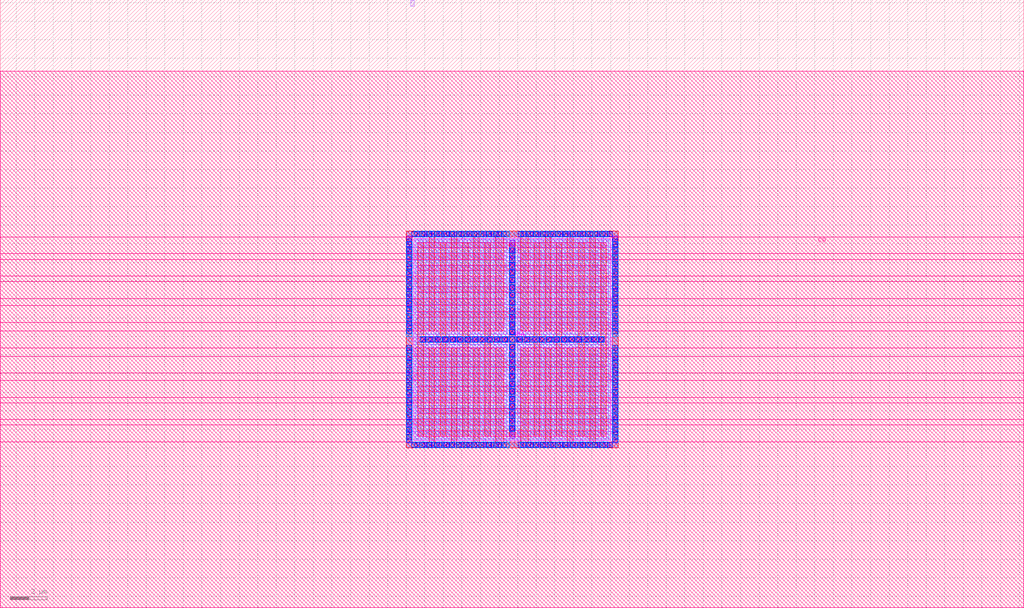
<source format=lef>
# Copyright 2020 The SkyWater PDK Authors
#
# Licensed under the Apache License, Version 2.0 (the "License");
# you may not use this file except in compliance with the License.
# You may obtain a copy of the License at
#
#     https://www.apache.org/licenses/LICENSE-2.0
#
# Unless required by applicable law or agreed to in writing, software
# distributed under the License is distributed on an "AS IS" BASIS,
# WITHOUT WARRANTIES OR CONDITIONS OF ANY KIND, either express or implied.
# See the License for the specific language governing permissions and
# limitations under the License.
#
# SPDX-License-Identifier: Apache-2.0

VERSION 5.7 ;
  NOWIREEXTENSIONATPIN ON ;
  DIVIDERCHAR "/" ;
  BUSBITCHARS "[]" ;
MACRO sky130_fd_pr__cap_vpp_11p5x11p7_l1m1m2m3m4_shieldpom5_x9
  CLASS BLOCK ;
  FOREIGN sky130_fd_pr__cap_vpp_11p5x11p7_l1m1m2m3m4_shieldpom5_x9 ;
  ORIGIN  21.85000  8.605000 ;
  SIZE  55.11000 BY  32.76500 ;
  PIN C0
    PORT
      LAYER met4 ;
        RECT -21.850000 -8.605000 33.260000  0.330000 ;
        RECT -21.850000  0.330000  0.330000  1.230000 ;
        RECT -21.850000  1.230000  5.240000  1.530000 ;
        RECT -21.850000  1.530000  0.330000  2.430000 ;
        RECT -21.850000  2.430000  5.240000  2.730000 ;
        RECT -21.850000  2.730000  0.330000  3.630000 ;
        RECT -21.850000  3.630000  5.240000  4.030000 ;
        RECT -21.850000  4.030000  0.330000  4.930000 ;
        RECT -21.850000  4.930000  5.240000  5.380000 ;
        RECT -21.850000  5.380000  0.330000  6.310000 ;
        RECT -21.850000  6.310000  5.240000  6.760000 ;
        RECT -21.850000  6.760000  0.330000  7.660000 ;
        RECT -21.850000  7.660000  5.240000  8.060000 ;
        RECT -21.850000  8.060000  0.330000  8.960000 ;
        RECT -21.850000  8.960000  5.240000  9.260000 ;
        RECT -21.850000  9.260000  0.330000 10.160000 ;
        RECT -21.850000 10.160000  5.240000 10.460000 ;
        RECT -21.850000 10.460000  0.330000 11.360000 ;
        RECT -21.850000 11.360000 33.260000 20.295000 ;
        RECT   6.170000  1.230000 33.260000  1.530000 ;
        RECT   6.170000  2.430000 33.260000  2.730000 ;
        RECT   6.170000  3.630000 33.260000  4.030000 ;
        RECT   6.170000  4.930000 33.260000  5.380000 ;
        RECT   6.170000  6.310000 33.260000  6.760000 ;
        RECT   6.170000  7.660000 33.260000  8.060000 ;
        RECT   6.170000  8.960000 33.260000  9.260000 ;
        RECT   6.170000 10.160000 33.260000 10.460000 ;
        RECT  11.080000  0.330000 33.260000  1.230000 ;
        RECT  11.080000  1.530000 33.260000  2.430000 ;
        RECT  11.080000  2.730000 33.260000  3.630000 ;
        RECT  11.080000  4.030000 33.260000  4.930000 ;
        RECT  11.080000  5.380000 33.260000  6.310000 ;
        RECT  11.080000  6.760000 33.260000  7.660000 ;
        RECT  11.080000  8.060000 33.260000  8.960000 ;
        RECT  11.080000  9.260000 33.260000 10.160000 ;
        RECT  11.080000 10.460000 33.260000 11.360000 ;
    END
  END C0
  PIN C1
    PORT
      LAYER met4 ;
        RECT 0.630000  0.630000 10.780000  0.930000 ;
        RECT 0.630000  1.830000 10.780000  2.130000 ;
        RECT 0.630000  3.030000 10.780000  3.330000 ;
        RECT 0.630000  4.330000 10.780000  4.630000 ;
        RECT 0.630000  5.680000 10.780000  6.010000 ;
        RECT 0.630000  7.060000 10.780000  7.360000 ;
        RECT 0.630000  8.360000 10.780000  8.660000 ;
        RECT 0.630000  9.560000 10.780000  9.860000 ;
        RECT 0.630000 10.760000 10.780000 11.060000 ;
        RECT 5.540000  0.930000  5.870000  1.830000 ;
        RECT 5.540000  2.130000  5.870000  3.030000 ;
        RECT 5.540000  3.330000  5.870000  4.330000 ;
        RECT 5.540000  4.630000  5.870000  5.680000 ;
        RECT 5.540000  6.010000  5.870000  7.060000 ;
        RECT 5.540000  7.360000  5.870000  8.360000 ;
        RECT 5.540000  8.660000  5.870000  9.560000 ;
        RECT 5.540000  9.860000  5.870000 10.760000 ;
    END
  END C1
  PIN M5A
    PORT
      LAYER met5 ;
        RECT 0.400000 0.400000 11.010000 11.290000 ;
    END
  END M5A
  PIN SUB
    ANTENNADIFFAREA  0.168100 ;
    PORT
      LAYER li1 ;
        RECT 0.250000 23.790000 0.420000 24.120000 ;
    END
  END SUB
  OBS
    LAYER li1 ;
      RECT  0.000000  0.000000 11.410000  0.330000 ;
      RECT  0.000000  0.330000  0.330000  0.860000 ;
      RECT  0.000000  0.860000  5.400000  1.030000 ;
      RECT  0.000000  1.030000  0.330000  1.560000 ;
      RECT  0.000000  1.560000  5.400000  1.730000 ;
      RECT  0.000000  1.730000  0.330000  2.260000 ;
      RECT  0.000000  2.260000  5.400000  2.430000 ;
      RECT  0.000000  2.430000  0.330000  2.960000 ;
      RECT  0.000000  2.960000  5.400000  3.130000 ;
      RECT  0.000000  3.130000  0.330000  3.660000 ;
      RECT  0.000000  3.660000  5.400000  3.830000 ;
      RECT  0.000000  3.830000  0.330000  4.360000 ;
      RECT  0.000000  4.360000  5.400000  4.530000 ;
      RECT  0.000000  4.530000  0.330000  5.060000 ;
      RECT  0.000000  5.060000  5.400000  5.230000 ;
      RECT  0.000000  5.230000  0.330000  5.760000 ;
      RECT  0.000000  5.760000  5.400000  5.930000 ;
      RECT  0.000000  5.930000  0.330000  6.460000 ;
      RECT  0.000000  6.460000  5.400000  6.630000 ;
      RECT  0.000000  6.630000  0.330000  7.150000 ;
      RECT  0.000000  7.150000  5.400000  7.330000 ;
      RECT  0.000000  7.330000  0.330000  7.860000 ;
      RECT  0.000000  7.860000  5.400000  8.030000 ;
      RECT  0.000000  8.030000  0.330000  8.560000 ;
      RECT  0.000000  8.560000  5.400000  8.730000 ;
      RECT  0.000000  8.730000  0.330000  9.260000 ;
      RECT  0.000000  9.260000  5.400000  9.430000 ;
      RECT  0.000000  9.430000  0.330000  9.960000 ;
      RECT  0.000000  9.960000  5.400000 10.130000 ;
      RECT  0.000000 10.130000  0.330000 10.660000 ;
      RECT  0.000000 10.660000  5.400000 10.830000 ;
      RECT  0.000000 10.830000  0.330000 11.360000 ;
      RECT  0.000000 11.360000 11.410000 11.690000 ;
      RECT  0.500000  0.500000 10.905000  0.690000 ;
      RECT  0.500000  1.200000 10.905000  1.390000 ;
      RECT  0.500000  1.900000 10.905000  2.090000 ;
      RECT  0.500000  2.600000 10.905000  2.790000 ;
      RECT  0.500000  3.300000 10.905000  3.490000 ;
      RECT  0.500000  4.000000 10.905000  4.190000 ;
      RECT  0.500000  4.700000 10.905000  4.890000 ;
      RECT  0.500000  5.400000 10.905000  5.590000 ;
      RECT  0.500000  6.100000 10.905000  6.290000 ;
      RECT  0.500000  6.800000 10.905000  6.980000 ;
      RECT  0.500000  7.500000 10.905000  7.690000 ;
      RECT  0.500000  8.200000 10.905000  8.390000 ;
      RECT  0.500000  8.900000 10.905000  9.090000 ;
      RECT  0.500000  9.600000 10.905000  9.790000 ;
      RECT  0.500000 10.300000 10.905000 10.490000 ;
      RECT  0.500000 11.000000 10.905000 11.190000 ;
      RECT  5.570000  0.690000  5.840000  1.200000 ;
      RECT  5.570000  1.390000  5.840000  1.900000 ;
      RECT  5.570000  2.090000  5.840000  2.600000 ;
      RECT  5.570000  2.790000  5.840000  3.300000 ;
      RECT  5.570000  3.490000  5.840000  4.000000 ;
      RECT  5.570000  4.190000  5.840000  4.700000 ;
      RECT  5.570000  4.890000  5.840000  5.400000 ;
      RECT  5.570000  5.590000  5.840000  6.100000 ;
      RECT  5.570000  6.290000  5.840000  6.800000 ;
      RECT  5.570000  6.980000 10.905000  6.990000 ;
      RECT  5.570000  6.990000  5.840000  7.500000 ;
      RECT  5.570000  7.690000  5.840000  8.200000 ;
      RECT  5.570000  8.390000  5.840000  8.900000 ;
      RECT  5.570000  9.090000  5.840000  9.600000 ;
      RECT  5.570000  9.790000  5.840000 10.300000 ;
      RECT  5.570000 10.490000  5.840000 11.000000 ;
      RECT  6.010000  0.860000 11.410000  1.030000 ;
      RECT  6.010000  1.560000 11.410000  1.730000 ;
      RECT  6.010000  2.260000 11.410000  2.430000 ;
      RECT  6.010000  2.960000 11.410000  3.130000 ;
      RECT  6.010000  3.660000 11.410000  3.830000 ;
      RECT  6.010000  4.360000 11.410000  4.530000 ;
      RECT  6.010000  5.060000 11.410000  5.230000 ;
      RECT  6.010000  5.760000 11.410000  5.930000 ;
      RECT  6.010000  6.460000 11.410000  6.630000 ;
      RECT  6.010000  7.160000 11.410000  7.330000 ;
      RECT  6.010000  7.860000 11.410000  8.030000 ;
      RECT  6.010000  8.560000 11.410000  8.730000 ;
      RECT  6.010000  9.260000 11.410000  9.430000 ;
      RECT  6.010000  9.960000 11.410000 10.130000 ;
      RECT  6.010000 10.660000 11.410000 10.830000 ;
      RECT 11.080000  0.330000 11.410000  0.860000 ;
      RECT 11.080000  1.030000 11.410000  1.560000 ;
      RECT 11.080000  1.730000 11.410000  2.260000 ;
      RECT 11.080000  2.430000 11.410000  2.960000 ;
      RECT 11.080000  3.130000 11.410000  3.660000 ;
      RECT 11.080000  3.830000 11.410000  4.360000 ;
      RECT 11.080000  4.530000 11.410000  5.060000 ;
      RECT 11.080000  5.230000 11.410000  5.760000 ;
      RECT 11.080000  5.930000 11.410000  6.460000 ;
      RECT 11.080000  6.630000 11.410000  7.160000 ;
      RECT 11.080000  7.330000 11.410000  7.860000 ;
      RECT 11.080000  8.030000 11.410000  8.560000 ;
      RECT 11.080000  8.730000 11.410000  9.260000 ;
      RECT 11.080000  9.430000 11.410000  9.960000 ;
      RECT 11.080000 10.130000 11.410000 10.660000 ;
      RECT 11.080000 10.830000 11.410000 11.360000 ;
    LAYER mcon ;
      RECT  0.080000  0.580000  0.250000  0.750000 ;
      RECT  0.080000  0.940000  0.250000  1.110000 ;
      RECT  0.080000  1.300000  0.250000  1.470000 ;
      RECT  0.080000  1.660000  0.250000  1.830000 ;
      RECT  0.080000  2.020000  0.250000  2.190000 ;
      RECT  0.080000  2.380000  0.250000  2.550000 ;
      RECT  0.080000  2.740000  0.250000  2.910000 ;
      RECT  0.080000  3.100000  0.250000  3.270000 ;
      RECT  0.080000  3.460000  0.250000  3.630000 ;
      RECT  0.080000  3.820000  0.250000  3.990000 ;
      RECT  0.080000  4.180000  0.250000  4.350000 ;
      RECT  0.080000  4.540000  0.250000  4.710000 ;
      RECT  0.080000  4.900000  0.250000  5.070000 ;
      RECT  0.080000  5.260000  0.250000  5.430000 ;
      RECT  0.080000  6.260000  0.250000  6.430000 ;
      RECT  0.080000  6.620000  0.250000  6.790000 ;
      RECT  0.080000  6.980000  0.250000  7.150000 ;
      RECT  0.080000  7.340000  0.250000  7.510000 ;
      RECT  0.080000  7.700000  0.250000  7.870000 ;
      RECT  0.080000  8.060000  0.250000  8.230000 ;
      RECT  0.080000  8.420000  0.250000  8.590000 ;
      RECT  0.080000  8.780000  0.250000  8.950000 ;
      RECT  0.080000  9.140000  0.250000  9.310000 ;
      RECT  0.080000  9.500000  0.250000  9.670000 ;
      RECT  0.080000  9.860000  0.250000 10.030000 ;
      RECT  0.080000 10.220000  0.250000 10.390000 ;
      RECT  0.080000 10.580000  0.250000 10.750000 ;
      RECT  0.080000 10.940000  0.250000 11.110000 ;
      RECT  0.400000  0.080000  0.570000  0.250000 ;
      RECT  0.400000 11.440000  0.570000 11.610000 ;
      RECT  0.760000  0.080000  0.930000  0.250000 ;
      RECT  0.760000 11.440000  0.930000 11.610000 ;
      RECT  1.120000  0.080000  1.290000  0.250000 ;
      RECT  1.120000 11.440000  1.290000 11.610000 ;
      RECT  1.480000  0.080000  1.650000  0.250000 ;
      RECT  1.480000 11.440000  1.650000 11.610000 ;
      RECT  1.840000  0.080000  2.010000  0.250000 ;
      RECT  1.840000 11.440000  2.010000 11.610000 ;
      RECT  2.200000  0.080000  2.370000  0.250000 ;
      RECT  2.200000 11.440000  2.370000 11.610000 ;
      RECT  2.560000  0.080000  2.730000  0.250000 ;
      RECT  2.560000 11.440000  2.730000 11.610000 ;
      RECT  2.920000  0.080000  3.090000  0.250000 ;
      RECT  2.920000 11.440000  3.090000 11.610000 ;
      RECT  3.280000  0.080000  3.450000  0.250000 ;
      RECT  3.280000 11.440000  3.450000 11.610000 ;
      RECT  3.640000  0.080000  3.810000  0.250000 ;
      RECT  3.640000 11.440000  3.810000 11.610000 ;
      RECT  4.000000  0.080000  4.170000  0.250000 ;
      RECT  4.000000 11.440000  4.170000 11.610000 ;
      RECT  4.360000  0.080000  4.530000  0.250000 ;
      RECT  4.360000 11.440000  4.530000 11.610000 ;
      RECT  4.720000  0.080000  4.890000  0.250000 ;
      RECT  4.720000 11.440000  4.890000 11.610000 ;
      RECT  5.080000  0.080000  5.250000  0.250000 ;
      RECT  5.080000 11.440000  5.250000 11.610000 ;
      RECT  5.440000  0.080000  5.610000  0.250000 ;
      RECT  5.440000 11.440000  5.610000 11.610000 ;
      RECT  5.620000  0.590000  5.790000  0.760000 ;
      RECT  5.620000  0.950000  5.790000  1.120000 ;
      RECT  5.620000  1.310000  5.790000  1.480000 ;
      RECT  5.620000  1.670000  5.790000  1.840000 ;
      RECT  5.620000  2.030000  5.790000  2.200000 ;
      RECT  5.620000  2.390000  5.790000  2.560000 ;
      RECT  5.620000  2.750000  5.790000  2.920000 ;
      RECT  5.620000  3.110000  5.790000  3.280000 ;
      RECT  5.620000  3.470000  5.790000  3.640000 ;
      RECT  5.620000  3.830000  5.790000  4.000000 ;
      RECT  5.620000  4.190000  5.790000  4.360000 ;
      RECT  5.620000  4.550000  5.790000  4.720000 ;
      RECT  5.620000  4.910000  5.790000  5.080000 ;
      RECT  5.620000  5.270000  5.790000  5.440000 ;
      RECT  5.620000  6.250000  5.790000  6.420000 ;
      RECT  5.620000  6.610000  5.790000  6.780000 ;
      RECT  5.620000  6.970000  5.790000  7.140000 ;
      RECT  5.620000  7.330000  5.790000  7.500000 ;
      RECT  5.620000  7.690000  5.790000  7.860000 ;
      RECT  5.620000  8.050000  5.790000  8.220000 ;
      RECT  5.620000  8.410000  5.790000  8.580000 ;
      RECT  5.620000  8.770000  5.790000  8.940000 ;
      RECT  5.620000  9.130000  5.790000  9.300000 ;
      RECT  5.620000  9.490000  5.790000  9.660000 ;
      RECT  5.620000  9.850000  5.790000 10.020000 ;
      RECT  5.620000 10.210000  5.790000 10.380000 ;
      RECT  5.620000 10.570000  5.790000 10.740000 ;
      RECT  5.620000 10.930000  5.790000 11.100000 ;
      RECT  5.800000  0.080000  5.970000  0.250000 ;
      RECT  5.800000 11.440000  5.970000 11.610000 ;
      RECT  6.160000  0.080000  6.330000  0.250000 ;
      RECT  6.160000 11.440000  6.330000 11.610000 ;
      RECT  6.520000  0.080000  6.690000  0.250000 ;
      RECT  6.520000 11.440000  6.690000 11.610000 ;
      RECT  6.880000  0.080000  7.050000  0.250000 ;
      RECT  6.880000 11.440000  7.050000 11.610000 ;
      RECT  7.240000  0.080000  7.410000  0.250000 ;
      RECT  7.240000 11.440000  7.410000 11.610000 ;
      RECT  7.600000  0.080000  7.770000  0.250000 ;
      RECT  7.600000 11.440000  7.770000 11.610000 ;
      RECT  7.960000  0.080000  8.130000  0.250000 ;
      RECT  7.960000 11.440000  8.130000 11.610000 ;
      RECT  8.320000  0.080000  8.490000  0.250000 ;
      RECT  8.320000 11.440000  8.490000 11.610000 ;
      RECT  8.680000  0.080000  8.850000  0.250000 ;
      RECT  8.680000 11.440000  8.850000 11.610000 ;
      RECT  9.040000  0.080000  9.210000  0.250000 ;
      RECT  9.040000 11.440000  9.210000 11.610000 ;
      RECT  9.400000  0.080000  9.570000  0.250000 ;
      RECT  9.400000 11.440000  9.570000 11.610000 ;
      RECT  9.760000  0.080000  9.930000  0.250000 ;
      RECT  9.760000 11.440000  9.930000 11.610000 ;
      RECT 10.120000  0.080000 10.290000  0.250000 ;
      RECT 10.120000 11.440000 10.290000 11.610000 ;
      RECT 10.480000  0.080000 10.650000  0.250000 ;
      RECT 10.480000 11.440000 10.650000 11.610000 ;
      RECT 10.840000  0.080000 11.010000  0.250000 ;
      RECT 10.840000 11.440000 11.010000 11.610000 ;
      RECT 11.160000  0.580000 11.330000  0.750000 ;
      RECT 11.160000  0.940000 11.330000  1.110000 ;
      RECT 11.160000  1.300000 11.330000  1.470000 ;
      RECT 11.160000  1.660000 11.330000  1.830000 ;
      RECT 11.160000  2.020000 11.330000  2.190000 ;
      RECT 11.160000  2.380000 11.330000  2.550000 ;
      RECT 11.160000  2.740000 11.330000  2.910000 ;
      RECT 11.160000  3.100000 11.330000  3.270000 ;
      RECT 11.160000  3.460000 11.330000  3.630000 ;
      RECT 11.160000  3.820000 11.330000  3.990000 ;
      RECT 11.160000  4.180000 11.330000  4.350000 ;
      RECT 11.160000  4.540000 11.330000  4.710000 ;
      RECT 11.160000  4.900000 11.330000  5.070000 ;
      RECT 11.160000  5.260000 11.330000  5.430000 ;
      RECT 11.160000  6.260000 11.330000  6.430000 ;
      RECT 11.160000  6.620000 11.330000  6.790000 ;
      RECT 11.160000  6.980000 11.330000  7.150000 ;
      RECT 11.160000  7.340000 11.330000  7.510000 ;
      RECT 11.160000  7.700000 11.330000  7.870000 ;
      RECT 11.160000  8.060000 11.330000  8.230000 ;
      RECT 11.160000  8.420000 11.330000  8.590000 ;
      RECT 11.160000  8.780000 11.330000  8.950000 ;
      RECT 11.160000  9.140000 11.330000  9.310000 ;
      RECT 11.160000  9.500000 11.330000  9.670000 ;
      RECT 11.160000  9.860000 11.330000 10.030000 ;
      RECT 11.160000 10.220000 11.330000 10.390000 ;
      RECT 11.160000 10.580000 11.330000 10.750000 ;
      RECT 11.160000 10.940000 11.330000 11.110000 ;
    LAYER met1 ;
      RECT  0.000000  0.000000 11.410000  0.330000 ;
      RECT  0.000000  0.330000  0.330000 11.360000 ;
      RECT  0.000000 11.360000 11.410000 11.690000 ;
      RECT  0.500000  0.470000  0.640000  5.685000 ;
      RECT  0.500000  5.685000 10.910000  6.005000 ;
      RECT  0.500000  6.005000  0.640000 11.220000 ;
      RECT  0.780000  0.330000  0.920000  5.545000 ;
      RECT  0.780000  6.145000  0.920000 11.360000 ;
      RECT  1.060000  0.470000  1.200000  5.685000 ;
      RECT  1.060000  6.005000  1.200000 11.220000 ;
      RECT  1.340000  0.330000  1.480000  5.545000 ;
      RECT  1.340000  6.145000  1.480000 11.360000 ;
      RECT  1.620000  0.470000  1.760000  5.685000 ;
      RECT  1.620000  6.005000  1.760000 11.220000 ;
      RECT  1.900000  0.330000  2.040000  5.545000 ;
      RECT  1.900000  6.145000  2.040000 11.360000 ;
      RECT  2.180000  0.470000  2.320000  5.685000 ;
      RECT  2.180000  6.005000  2.320000 11.220000 ;
      RECT  2.460000  0.330000  2.600000  5.545000 ;
      RECT  2.460000  6.145000  2.600000 11.360000 ;
      RECT  2.740000  0.470000  2.880000  5.685000 ;
      RECT  2.740000  6.005000  2.880000 11.220000 ;
      RECT  3.020000  0.330000  3.160000  5.545000 ;
      RECT  3.020000  6.145000  3.160000 11.360000 ;
      RECT  3.300000  0.470000  3.440000  5.685000 ;
      RECT  3.300000  6.005000  3.440000 11.220000 ;
      RECT  3.580000  0.330000  3.720000  5.545000 ;
      RECT  3.580000  6.145000  3.720000 11.360000 ;
      RECT  3.860000  0.470000  4.000000  5.685000 ;
      RECT  3.860000  6.005000  4.000000 11.220000 ;
      RECT  4.140000  0.330000  4.280000  5.545000 ;
      RECT  4.140000  6.145000  4.280000 11.360000 ;
      RECT  4.420000  0.470000  4.560000  5.685000 ;
      RECT  4.420000  6.005000  4.560000 11.220000 ;
      RECT  4.700000  0.330000  4.840000  5.545000 ;
      RECT  4.700000  6.145000  4.840000 11.360000 ;
      RECT  4.980000  0.470000  5.120000  5.685000 ;
      RECT  4.980000  6.005000  5.120000 11.220000 ;
      RECT  5.260000  0.330000  5.400000  5.545000 ;
      RECT  5.260000  6.145000  5.400000 11.360000 ;
      RECT  5.570000  0.470000  5.840000  5.685000 ;
      RECT  5.570000  6.005000  5.840000 11.220000 ;
      RECT  6.010000  0.330000  6.150000  5.545000 ;
      RECT  6.010000  6.145000  6.150000 11.360000 ;
      RECT  6.290000  0.470000  6.430000  5.685000 ;
      RECT  6.290000  6.005000  6.430000 11.220000 ;
      RECT  6.570000  0.330000  6.710000  5.545000 ;
      RECT  6.570000  6.145000  6.710000 11.360000 ;
      RECT  6.850000  0.470000  6.990000  5.685000 ;
      RECT  6.850000  6.005000  6.990000 11.220000 ;
      RECT  7.130000  0.330000  7.270000  5.545000 ;
      RECT  7.130000  6.145000  7.270000 11.360000 ;
      RECT  7.410000  0.470000  7.550000  5.685000 ;
      RECT  7.410000  6.005000  7.550000 11.220000 ;
      RECT  7.690000  0.330000  7.830000  5.545000 ;
      RECT  7.690000  6.145000  7.830000 11.360000 ;
      RECT  7.970000  0.470000  8.110000  5.685000 ;
      RECT  7.970000  6.005000  8.110000 11.220000 ;
      RECT  8.250000  0.330000  8.390000  5.545000 ;
      RECT  8.250000  6.145000  8.390000 11.360000 ;
      RECT  8.530000  0.470000  8.670000  5.685000 ;
      RECT  8.530000  6.005000  8.670000 11.220000 ;
      RECT  8.810000  0.330000  8.950000  5.545000 ;
      RECT  8.810000  6.145000  8.950000 11.360000 ;
      RECT  9.090000  0.470000  9.230000  5.685000 ;
      RECT  9.090000  6.005000  9.230000 11.220000 ;
      RECT  9.370000  0.330000  9.510000  5.545000 ;
      RECT  9.370000  6.145000  9.510000 11.360000 ;
      RECT  9.650000  0.470000  9.790000  5.685000 ;
      RECT  9.650000  6.005000  9.790000 11.220000 ;
      RECT  9.930000  0.330000 10.070000  5.545000 ;
      RECT  9.930000  6.145000 10.070000 11.360000 ;
      RECT 10.210000  0.470000 10.350000  5.685000 ;
      RECT 10.210000  6.005000 10.350000 11.220000 ;
      RECT 10.490000  0.330000 10.630000  5.545000 ;
      RECT 10.490000  6.145000 10.630000 11.360000 ;
      RECT 10.770000  0.470000 10.910000  5.685000 ;
      RECT 10.770000  6.005000 10.910000 11.220000 ;
      RECT 11.080000  0.330000 11.410000 11.360000 ;
    LAYER met2 ;
      RECT  0.000000  0.000000  5.430000  0.330000 ;
      RECT  0.000000  0.330000  0.330000  0.750000 ;
      RECT  0.000000  0.750000  5.425000  0.890000 ;
      RECT  0.000000  0.890000  0.330000  1.310000 ;
      RECT  0.000000  1.310000  5.425000  1.450000 ;
      RECT  0.000000  1.450000  0.330000  1.870000 ;
      RECT  0.000000  1.870000  5.425000  2.010000 ;
      RECT  0.000000  2.010000  0.330000  2.430000 ;
      RECT  0.000000  2.430000  5.425000  2.570000 ;
      RECT  0.000000  2.570000  0.330000  2.990000 ;
      RECT  0.000000  2.990000  5.425000  3.130000 ;
      RECT  0.000000  3.130000  0.330000  3.550000 ;
      RECT  0.000000  3.550000  5.425000  3.690000 ;
      RECT  0.000000  3.690000  0.330000  4.110000 ;
      RECT  0.000000  4.110000  5.425000  4.250000 ;
      RECT  0.000000  4.250000  0.330000  4.670000 ;
      RECT  0.000000  4.670000  5.425000  4.810000 ;
      RECT  0.000000  4.810000  0.330000  5.230000 ;
      RECT  0.000000  5.230000  5.425000  5.565000 ;
      RECT  0.000000  5.565000  0.330000  5.570000 ;
      RECT  0.000000  5.710000 11.410000  5.980000 ;
      RECT  0.000000  6.120000  0.330000  6.125000 ;
      RECT  0.000000  6.125000  5.425000  6.460000 ;
      RECT  0.000000  6.460000  0.330000  6.880000 ;
      RECT  0.000000  6.880000  5.425000  7.020000 ;
      RECT  0.000000  7.020000  0.330000  7.440000 ;
      RECT  0.000000  7.440000  5.425000  7.580000 ;
      RECT  0.000000  7.580000  0.330000  8.000000 ;
      RECT  0.000000  8.000000  5.425000  8.140000 ;
      RECT  0.000000  8.140000  0.330000  8.560000 ;
      RECT  0.000000  8.560000  5.425000  8.700000 ;
      RECT  0.000000  8.700000  0.330000  9.120000 ;
      RECT  0.000000  9.120000  5.425000  9.260000 ;
      RECT  0.000000  9.260000  0.330000  9.680000 ;
      RECT  0.000000  9.680000  5.425000  9.820000 ;
      RECT  0.000000  9.820000  0.330000 10.240000 ;
      RECT  0.000000 10.240000  5.425000 10.380000 ;
      RECT  0.000000 10.380000  0.330000 10.800000 ;
      RECT  0.000000 10.800000  5.425000 10.940000 ;
      RECT  0.000000 10.940000  0.330000 11.360000 ;
      RECT  0.000000 11.360000  5.430000 11.690000 ;
      RECT  0.370000  5.705000 11.040000  5.710000 ;
      RECT  0.370000  5.980000 11.040000  5.985000 ;
      RECT  0.470000  0.470000 10.940000  0.610000 ;
      RECT  0.470000  1.030000 10.940000  1.170000 ;
      RECT  0.470000  1.590000 10.940000  1.730000 ;
      RECT  0.470000  2.150000 10.940000  2.290000 ;
      RECT  0.470000  2.710000 10.940000  2.850000 ;
      RECT  0.470000  3.270000 10.940000  3.410000 ;
      RECT  0.470000  3.830000 10.940000  3.970000 ;
      RECT  0.470000  4.390000 10.940000  4.530000 ;
      RECT  0.470000  4.950000 10.940000  5.090000 ;
      RECT  0.470000  6.600000 10.940000  6.740000 ;
      RECT  0.470000  7.160000 10.940000  7.300000 ;
      RECT  0.470000  7.720000 10.940000  7.860000 ;
      RECT  0.470000  8.280000 10.940000  8.420000 ;
      RECT  0.470000  8.840000 10.940000  8.980000 ;
      RECT  0.470000  9.400000 10.940000  9.540000 ;
      RECT  0.470000  9.960000 10.940000 10.100000 ;
      RECT  0.470000 10.520000 10.940000 10.660000 ;
      RECT  0.470000 11.080000 10.940000 11.220000 ;
      RECT  5.565000  0.610000  5.845000  1.030000 ;
      RECT  5.565000  1.170000  5.845000  1.590000 ;
      RECT  5.565000  1.730000  5.845000  2.150000 ;
      RECT  5.565000  2.290000  5.845000  2.710000 ;
      RECT  5.565000  2.850000  5.845000  3.270000 ;
      RECT  5.565000  3.410000  5.845000  3.830000 ;
      RECT  5.565000  3.970000  5.845000  4.390000 ;
      RECT  5.565000  4.530000  5.845000  4.950000 ;
      RECT  5.565000  5.090000  5.845000  5.705000 ;
      RECT  5.565000  5.985000  5.845000  6.600000 ;
      RECT  5.565000  6.740000  5.845000  7.160000 ;
      RECT  5.565000  7.300000  5.845000  7.720000 ;
      RECT  5.565000  7.860000  5.845000  8.280000 ;
      RECT  5.565000  8.420000  5.845000  8.840000 ;
      RECT  5.565000  8.980000  5.845000  9.400000 ;
      RECT  5.565000  9.540000  5.845000  9.960000 ;
      RECT  5.565000 10.100000  5.845000 10.520000 ;
      RECT  5.565000 10.660000  5.845000 11.080000 ;
      RECT  5.570000  0.000000  5.840000  0.470000 ;
      RECT  5.570000 11.220000  5.840000 11.690000 ;
      RECT  5.980000  0.000000 11.410000  0.330000 ;
      RECT  5.980000 11.360000 11.410000 11.690000 ;
      RECT  5.985000  0.750000 11.410000  0.890000 ;
      RECT  5.985000  1.310000 11.410000  1.450000 ;
      RECT  5.985000  1.870000 11.410000  2.010000 ;
      RECT  5.985000  2.430000 11.410000  2.570000 ;
      RECT  5.985000  2.990000 11.410000  3.130000 ;
      RECT  5.985000  3.550000 11.410000  3.690000 ;
      RECT  5.985000  4.110000 11.410000  4.250000 ;
      RECT  5.985000  4.670000 11.410000  4.810000 ;
      RECT  5.985000  5.230000 11.410000  5.565000 ;
      RECT  5.985000  6.125000 11.410000  6.460000 ;
      RECT  5.985000  6.880000 11.410000  7.020000 ;
      RECT  5.985000  7.440000 11.410000  7.580000 ;
      RECT  5.985000  8.000000 11.410000  8.140000 ;
      RECT  5.985000  8.560000 11.410000  8.700000 ;
      RECT  5.985000  9.120000 11.410000  9.260000 ;
      RECT  5.985000  9.680000 11.410000  9.820000 ;
      RECT  5.985000 10.240000 11.410000 10.380000 ;
      RECT  5.985000 10.800000 11.410000 10.940000 ;
      RECT 11.080000  0.330000 11.410000  0.750000 ;
      RECT 11.080000  0.890000 11.410000  1.310000 ;
      RECT 11.080000  1.450000 11.410000  1.870000 ;
      RECT 11.080000  2.010000 11.410000  2.430000 ;
      RECT 11.080000  2.570000 11.410000  2.990000 ;
      RECT 11.080000  3.130000 11.410000  3.550000 ;
      RECT 11.080000  3.690000 11.410000  4.110000 ;
      RECT 11.080000  4.250000 11.410000  4.670000 ;
      RECT 11.080000  4.810000 11.410000  5.230000 ;
      RECT 11.080000  5.565000 11.410000  5.570000 ;
      RECT 11.080000  6.120000 11.410000  6.125000 ;
      RECT 11.080000  6.460000 11.410000  6.880000 ;
      RECT 11.080000  7.020000 11.410000  7.440000 ;
      RECT 11.080000  7.580000 11.410000  8.000000 ;
      RECT 11.080000  8.140000 11.410000  8.560000 ;
      RECT 11.080000  8.700000 11.410000  9.120000 ;
      RECT 11.080000  9.260000 11.410000  9.680000 ;
      RECT 11.080000  9.820000 11.410000 10.240000 ;
      RECT 11.080000 10.380000 11.410000 10.800000 ;
      RECT 11.080000 10.940000 11.410000 11.360000 ;
    LAYER met3 ;
      RECT  0.000000  0.000000 11.410000  0.330000 ;
      RECT  0.000000  0.330000  0.330000 11.360000 ;
      RECT  0.000000 11.360000 11.410000 11.690000 ;
      RECT  0.630000  0.630000  0.930000  5.680000 ;
      RECT  0.630000  5.680000 10.780000  6.010000 ;
      RECT  0.630000  6.010000  0.930000 11.060000 ;
      RECT  1.230000  0.330000  1.530000  5.380000 ;
      RECT  1.230000  6.310000  1.530000 11.360000 ;
      RECT  1.830000  0.630000  2.130000  5.680000 ;
      RECT  1.830000  6.010000  2.130000 11.060000 ;
      RECT  2.430000  0.330000  2.730000  5.380000 ;
      RECT  2.430000  6.310000  2.730000 11.360000 ;
      RECT  3.030000  0.630000  3.330000  5.680000 ;
      RECT  3.030000  6.010000  3.330000 11.060000 ;
      RECT  3.630000  0.330000  3.930000  5.380000 ;
      RECT  3.630000  6.310000  3.930000 11.360000 ;
      RECT  4.230000  0.630000  4.530000  5.680000 ;
      RECT  4.230000  6.010000  4.530000 11.060000 ;
      RECT  4.830000  0.330000  5.240000  5.380000 ;
      RECT  4.830000  6.310000  5.240000 11.360000 ;
      RECT  5.540000  0.630000  5.870000  5.680000 ;
      RECT  5.540000  6.010000  5.870000 11.060000 ;
      RECT  6.170000  0.330000  6.580000  5.380000 ;
      RECT  6.170000  6.310000  6.580000 11.360000 ;
      RECT  6.880000  0.630000  7.180000  5.680000 ;
      RECT  6.880000  6.010000  7.180000 11.060000 ;
      RECT  7.480000  0.330000  7.780000  5.380000 ;
      RECT  7.480000  6.310000  7.780000 11.360000 ;
      RECT  8.080000  0.630000  8.380000  5.680000 ;
      RECT  8.080000  6.010000  8.380000 11.060000 ;
      RECT  8.680000  0.330000  8.980000  5.380000 ;
      RECT  8.680000  6.310000  8.980000 11.360000 ;
      RECT  9.280000  0.630000  9.580000  5.680000 ;
      RECT  9.280000  6.010000  9.580000 11.060000 ;
      RECT  9.880000  0.330000 10.180000  5.380000 ;
      RECT  9.880000  6.310000 10.180000 11.360000 ;
      RECT 10.480000  0.630000 10.780000  5.680000 ;
      RECT 10.480000  6.010000 10.780000 11.060000 ;
      RECT 11.080000  0.330000 11.410000 11.360000 ;
    LAYER via ;
      RECT  0.035000  0.280000  0.295000  0.540000 ;
      RECT  0.035000  0.600000  0.295000  0.860000 ;
      RECT  0.035000  0.920000  0.295000  1.180000 ;
      RECT  0.035000  1.240000  0.295000  1.500000 ;
      RECT  0.035000  1.560000  0.295000  1.820000 ;
      RECT  0.035000  1.880000  0.295000  2.140000 ;
      RECT  0.035000  2.200000  0.295000  2.460000 ;
      RECT  0.035000  2.520000  0.295000  2.780000 ;
      RECT  0.035000  2.840000  0.295000  3.100000 ;
      RECT  0.035000  3.160000  0.295000  3.420000 ;
      RECT  0.035000  3.480000  0.295000  3.740000 ;
      RECT  0.035000  3.800000  0.295000  4.060000 ;
      RECT  0.035000  4.120000  0.295000  4.380000 ;
      RECT  0.035000  4.440000  0.295000  4.700000 ;
      RECT  0.035000  4.760000  0.295000  5.020000 ;
      RECT  0.035000  5.080000  0.295000  5.340000 ;
      RECT  0.035000  6.350000  0.295000  6.610000 ;
      RECT  0.035000  6.670000  0.295000  6.930000 ;
      RECT  0.035000  6.990000  0.295000  7.250000 ;
      RECT  0.035000  7.310000  0.295000  7.570000 ;
      RECT  0.035000  7.630000  0.295000  7.890000 ;
      RECT  0.035000  7.950000  0.295000  8.210000 ;
      RECT  0.035000  8.270000  0.295000  8.530000 ;
      RECT  0.035000  8.590000  0.295000  8.850000 ;
      RECT  0.035000  8.910000  0.295000  9.170000 ;
      RECT  0.035000  9.230000  0.295000  9.490000 ;
      RECT  0.035000  9.550000  0.295000  9.810000 ;
      RECT  0.035000  9.870000  0.295000 10.130000 ;
      RECT  0.035000 10.190000  0.295000 10.450000 ;
      RECT  0.035000 10.510000  0.295000 10.770000 ;
      RECT  0.035000 10.830000  0.295000 11.090000 ;
      RECT  0.035000 11.150000  0.295000 11.410000 ;
      RECT  0.440000  0.035000  0.700000  0.295000 ;
      RECT  0.440000 11.395000  0.700000 11.655000 ;
      RECT  0.760000  0.035000  1.020000  0.295000 ;
      RECT  0.760000  5.715000  1.020000  5.975000 ;
      RECT  0.760000 11.395000  1.020000 11.655000 ;
      RECT  1.080000  0.035000  1.340000  0.295000 ;
      RECT  1.080000  5.715000  1.340000  5.975000 ;
      RECT  1.080000 11.395000  1.340000 11.655000 ;
      RECT  1.400000  0.035000  1.660000  0.295000 ;
      RECT  1.400000  5.715000  1.660000  5.975000 ;
      RECT  1.400000 11.395000  1.660000 11.655000 ;
      RECT  1.720000  0.035000  1.980000  0.295000 ;
      RECT  1.720000  5.715000  1.980000  5.975000 ;
      RECT  1.720000 11.395000  1.980000 11.655000 ;
      RECT  2.040000  0.035000  2.300000  0.295000 ;
      RECT  2.040000  5.715000  2.300000  5.975000 ;
      RECT  2.040000 11.395000  2.300000 11.655000 ;
      RECT  2.360000  0.035000  2.620000  0.295000 ;
      RECT  2.360000  5.715000  2.620000  5.975000 ;
      RECT  2.360000 11.395000  2.620000 11.655000 ;
      RECT  2.680000  0.035000  2.940000  0.295000 ;
      RECT  2.680000  5.715000  2.940000  5.975000 ;
      RECT  2.680000 11.395000  2.940000 11.655000 ;
      RECT  3.000000  0.035000  3.260000  0.295000 ;
      RECT  3.000000  5.715000  3.260000  5.975000 ;
      RECT  3.000000 11.395000  3.260000 11.655000 ;
      RECT  3.320000  0.035000  3.580000  0.295000 ;
      RECT  3.320000  5.715000  3.580000  5.975000 ;
      RECT  3.320000 11.395000  3.580000 11.655000 ;
      RECT  3.640000  0.035000  3.900000  0.295000 ;
      RECT  3.640000  5.715000  3.900000  5.975000 ;
      RECT  3.640000 11.395000  3.900000 11.655000 ;
      RECT  3.960000  0.035000  4.220000  0.295000 ;
      RECT  3.960000  5.715000  4.220000  5.975000 ;
      RECT  3.960000 11.395000  4.220000 11.655000 ;
      RECT  4.280000  0.035000  4.540000  0.295000 ;
      RECT  4.280000  5.715000  4.540000  5.975000 ;
      RECT  4.280000 11.395000  4.540000 11.655000 ;
      RECT  4.600000  0.035000  4.860000  0.295000 ;
      RECT  4.600000  5.715000  4.860000  5.975000 ;
      RECT  4.600000 11.395000  4.860000 11.655000 ;
      RECT  4.920000  0.035000  5.180000  0.295000 ;
      RECT  4.920000  5.715000  5.180000  5.975000 ;
      RECT  4.920000 11.395000  5.180000 11.655000 ;
      RECT  5.240000  5.715000  5.500000  5.975000 ;
      RECT  5.575000  0.505000  5.835000  0.765000 ;
      RECT  5.575000  0.825000  5.835000  1.085000 ;
      RECT  5.575000  1.145000  5.835000  1.405000 ;
      RECT  5.575000  1.465000  5.835000  1.725000 ;
      RECT  5.575000  1.785000  5.835000  2.045000 ;
      RECT  5.575000  2.105000  5.835000  2.365000 ;
      RECT  5.575000  2.425000  5.835000  2.685000 ;
      RECT  5.575000  2.745000  5.835000  3.005000 ;
      RECT  5.575000  3.065000  5.835000  3.325000 ;
      RECT  5.575000  3.385000  5.835000  3.645000 ;
      RECT  5.575000  3.705000  5.835000  3.965000 ;
      RECT  5.575000  4.025000  5.835000  4.285000 ;
      RECT  5.575000  4.345000  5.835000  4.605000 ;
      RECT  5.575000  4.665000  5.835000  4.925000 ;
      RECT  5.575000  4.985000  5.835000  5.245000 ;
      RECT  5.575000  5.305000  5.835000  5.565000 ;
      RECT  5.575000  6.125000  5.835000  6.385000 ;
      RECT  5.575000  6.445000  5.835000  6.705000 ;
      RECT  5.575000  6.765000  5.835000  7.025000 ;
      RECT  5.575000  7.085000  5.835000  7.345000 ;
      RECT  5.575000  7.405000  5.835000  7.665000 ;
      RECT  5.575000  7.725000  5.835000  7.985000 ;
      RECT  5.575000  8.045000  5.835000  8.305000 ;
      RECT  5.575000  8.365000  5.835000  8.625000 ;
      RECT  5.575000  8.685000  5.835000  8.945000 ;
      RECT  5.575000  9.005000  5.835000  9.265000 ;
      RECT  5.575000  9.325000  5.835000  9.585000 ;
      RECT  5.575000  9.645000  5.835000  9.905000 ;
      RECT  5.575000  9.965000  5.835000 10.225000 ;
      RECT  5.575000 10.285000  5.835000 10.545000 ;
      RECT  5.575000 10.605000  5.835000 10.865000 ;
      RECT  5.575000 10.925000  5.835000 11.185000 ;
      RECT  5.910000  5.715000  6.170000  5.975000 ;
      RECT  6.230000  0.035000  6.490000  0.295000 ;
      RECT  6.230000  5.715000  6.490000  5.975000 ;
      RECT  6.230000 11.395000  6.490000 11.655000 ;
      RECT  6.550000  0.035000  6.810000  0.295000 ;
      RECT  6.550000  5.715000  6.810000  5.975000 ;
      RECT  6.550000 11.395000  6.810000 11.655000 ;
      RECT  6.870000  0.035000  7.130000  0.295000 ;
      RECT  6.870000  5.715000  7.130000  5.975000 ;
      RECT  6.870000 11.395000  7.130000 11.655000 ;
      RECT  7.190000  0.035000  7.450000  0.295000 ;
      RECT  7.190000  5.715000  7.450000  5.975000 ;
      RECT  7.190000 11.395000  7.450000 11.655000 ;
      RECT  7.510000  0.035000  7.770000  0.295000 ;
      RECT  7.510000  5.715000  7.770000  5.975000 ;
      RECT  7.510000 11.395000  7.770000 11.655000 ;
      RECT  7.830000  0.035000  8.090000  0.295000 ;
      RECT  7.830000  5.715000  8.090000  5.975000 ;
      RECT  7.830000 11.395000  8.090000 11.655000 ;
      RECT  8.150000  0.035000  8.410000  0.295000 ;
      RECT  8.150000  5.715000  8.410000  5.975000 ;
      RECT  8.150000 11.395000  8.410000 11.655000 ;
      RECT  8.470000  0.035000  8.730000  0.295000 ;
      RECT  8.470000  5.715000  8.730000  5.975000 ;
      RECT  8.470000 11.395000  8.730000 11.655000 ;
      RECT  8.790000  0.035000  9.050000  0.295000 ;
      RECT  8.790000  5.715000  9.050000  5.975000 ;
      RECT  8.790000 11.395000  9.050000 11.655000 ;
      RECT  9.110000  0.035000  9.370000  0.295000 ;
      RECT  9.110000  5.715000  9.370000  5.975000 ;
      RECT  9.110000 11.395000  9.370000 11.655000 ;
      RECT  9.430000  0.035000  9.690000  0.295000 ;
      RECT  9.430000  5.715000  9.690000  5.975000 ;
      RECT  9.430000 11.395000  9.690000 11.655000 ;
      RECT  9.750000  0.035000 10.010000  0.295000 ;
      RECT  9.750000  5.715000 10.010000  5.975000 ;
      RECT  9.750000 11.395000 10.010000 11.655000 ;
      RECT 10.070000  0.035000 10.330000  0.295000 ;
      RECT 10.070000  5.715000 10.330000  5.975000 ;
      RECT 10.070000 11.395000 10.330000 11.655000 ;
      RECT 10.390000  0.035000 10.650000  0.295000 ;
      RECT 10.390000  5.715000 10.650000  5.975000 ;
      RECT 10.390000 11.395000 10.650000 11.655000 ;
      RECT 10.710000  0.035000 10.970000  0.295000 ;
      RECT 10.710000 11.395000 10.970000 11.655000 ;
      RECT 11.115000  0.280000 11.375000  0.540000 ;
      RECT 11.115000  0.600000 11.375000  0.860000 ;
      RECT 11.115000  0.920000 11.375000  1.180000 ;
      RECT 11.115000  1.240000 11.375000  1.500000 ;
      RECT 11.115000  1.560000 11.375000  1.820000 ;
      RECT 11.115000  1.880000 11.375000  2.140000 ;
      RECT 11.115000  2.200000 11.375000  2.460000 ;
      RECT 11.115000  2.520000 11.375000  2.780000 ;
      RECT 11.115000  2.840000 11.375000  3.100000 ;
      RECT 11.115000  3.160000 11.375000  3.420000 ;
      RECT 11.115000  3.480000 11.375000  3.740000 ;
      RECT 11.115000  3.800000 11.375000  4.060000 ;
      RECT 11.115000  4.120000 11.375000  4.380000 ;
      RECT 11.115000  4.440000 11.375000  4.700000 ;
      RECT 11.115000  4.760000 11.375000  5.020000 ;
      RECT 11.115000  5.080000 11.375000  5.340000 ;
      RECT 11.115000  6.350000 11.375000  6.610000 ;
      RECT 11.115000  6.670000 11.375000  6.930000 ;
      RECT 11.115000  6.990000 11.375000  7.250000 ;
      RECT 11.115000  7.310000 11.375000  7.570000 ;
      RECT 11.115000  7.630000 11.375000  7.890000 ;
      RECT 11.115000  7.950000 11.375000  8.210000 ;
      RECT 11.115000  8.270000 11.375000  8.530000 ;
      RECT 11.115000  8.590000 11.375000  8.850000 ;
      RECT 11.115000  8.910000 11.375000  9.170000 ;
      RECT 11.115000  9.230000 11.375000  9.490000 ;
      RECT 11.115000  9.550000 11.375000  9.810000 ;
      RECT 11.115000  9.870000 11.375000 10.130000 ;
      RECT 11.115000 10.190000 11.375000 10.450000 ;
      RECT 11.115000 10.510000 11.375000 10.770000 ;
      RECT 11.115000 10.830000 11.375000 11.090000 ;
      RECT 11.115000 11.150000 11.375000 11.410000 ;
    LAYER via2 ;
      RECT  0.025000  0.445000  0.305000  0.725000 ;
      RECT  0.025000  0.845000  0.305000  1.125000 ;
      RECT  0.025000  1.245000  0.305000  1.525000 ;
      RECT  0.025000  1.645000  0.305000  1.925000 ;
      RECT  0.025000  2.045000  0.305000  2.325000 ;
      RECT  0.025000  2.445000  0.305000  2.725000 ;
      RECT  0.025000  2.845000  0.305000  3.125000 ;
      RECT  0.025000  3.245000  0.305000  3.525000 ;
      RECT  0.025000  3.645000  0.305000  3.925000 ;
      RECT  0.025000  4.045000  0.305000  4.325000 ;
      RECT  0.025000  4.445000  0.305000  4.725000 ;
      RECT  0.025000  4.845000  0.305000  5.125000 ;
      RECT  0.025000  5.245000  0.305000  5.525000 ;
      RECT  0.025000  6.165000  0.305000  6.445000 ;
      RECT  0.025000  6.565000  0.305000  6.845000 ;
      RECT  0.025000  6.965000  0.305000  7.245000 ;
      RECT  0.025000  7.365000  0.305000  7.645000 ;
      RECT  0.025000  7.765000  0.305000  8.045000 ;
      RECT  0.025000  8.165000  0.305000  8.445000 ;
      RECT  0.025000  8.565000  0.305000  8.845000 ;
      RECT  0.025000  8.965000  0.305000  9.245000 ;
      RECT  0.025000  9.365000  0.305000  9.645000 ;
      RECT  0.025000  9.765000  0.305000 10.045000 ;
      RECT  0.025000 10.165000  0.305000 10.445000 ;
      RECT  0.025000 10.565000  0.305000 10.845000 ;
      RECT  0.025000 10.965000  0.305000 11.245000 ;
      RECT  0.305000  0.025000  0.585000  0.305000 ;
      RECT  0.305000 11.385000  0.585000 11.665000 ;
      RECT  0.705000  0.025000  0.985000  0.305000 ;
      RECT  0.705000 11.385000  0.985000 11.665000 ;
      RECT  0.765000  5.705000  1.045000  5.985000 ;
      RECT  1.105000  0.025000  1.385000  0.305000 ;
      RECT  1.105000 11.385000  1.385000 11.665000 ;
      RECT  1.165000  5.705000  1.445000  5.985000 ;
      RECT  1.505000  0.025000  1.785000  0.305000 ;
      RECT  1.505000 11.385000  1.785000 11.665000 ;
      RECT  1.565000  5.705000  1.845000  5.985000 ;
      RECT  1.905000  0.025000  2.185000  0.305000 ;
      RECT  1.905000 11.385000  2.185000 11.665000 ;
      RECT  1.965000  5.705000  2.245000  5.985000 ;
      RECT  2.305000  0.025000  2.585000  0.305000 ;
      RECT  2.305000 11.385000  2.585000 11.665000 ;
      RECT  2.365000  5.705000  2.645000  5.985000 ;
      RECT  2.705000  0.025000  2.985000  0.305000 ;
      RECT  2.705000 11.385000  2.985000 11.665000 ;
      RECT  2.765000  5.705000  3.045000  5.985000 ;
      RECT  3.105000  0.025000  3.385000  0.305000 ;
      RECT  3.105000 11.385000  3.385000 11.665000 ;
      RECT  3.165000  5.705000  3.445000  5.985000 ;
      RECT  3.505000  0.025000  3.785000  0.305000 ;
      RECT  3.505000 11.385000  3.785000 11.665000 ;
      RECT  3.565000  5.705000  3.845000  5.985000 ;
      RECT  3.905000  0.025000  4.185000  0.305000 ;
      RECT  3.905000 11.385000  4.185000 11.665000 ;
      RECT  3.965000  5.705000  4.245000  5.985000 ;
      RECT  4.305000  0.025000  4.585000  0.305000 ;
      RECT  4.305000 11.385000  4.585000 11.665000 ;
      RECT  4.365000  5.705000  4.645000  5.985000 ;
      RECT  4.705000  0.025000  4.985000  0.305000 ;
      RECT  4.705000 11.385000  4.985000 11.665000 ;
      RECT  4.765000  5.705000  5.045000  5.985000 ;
      RECT  5.105000  0.025000  5.385000  0.305000 ;
      RECT  5.105000 11.385000  5.385000 11.665000 ;
      RECT  5.165000  5.705000  5.445000  5.985000 ;
      RECT  5.565000  0.905000  5.845000  1.185000 ;
      RECT  5.565000  1.305000  5.845000  1.585000 ;
      RECT  5.565000  1.705000  5.845000  1.985000 ;
      RECT  5.565000  2.105000  5.845000  2.385000 ;
      RECT  5.565000  2.505000  5.845000  2.785000 ;
      RECT  5.565000  2.905000  5.845000  3.185000 ;
      RECT  5.565000  3.305000  5.845000  3.585000 ;
      RECT  5.565000  3.705000  5.845000  3.985000 ;
      RECT  5.565000  4.105000  5.845000  4.385000 ;
      RECT  5.565000  4.505000  5.845000  4.785000 ;
      RECT  5.565000  4.905000  5.845000  5.185000 ;
      RECT  5.565000  5.305000  5.845000  5.585000 ;
      RECT  5.565000  5.705000  5.845000  5.985000 ;
      RECT  5.565000  6.105000  5.845000  6.385000 ;
      RECT  5.565000  6.505000  5.845000  6.785000 ;
      RECT  5.565000  6.905000  5.845000  7.185000 ;
      RECT  5.565000  7.305000  5.845000  7.585000 ;
      RECT  5.565000  7.705000  5.845000  7.985000 ;
      RECT  5.565000  8.105000  5.845000  8.385000 ;
      RECT  5.565000  8.505000  5.845000  8.785000 ;
      RECT  5.565000  8.905000  5.845000  9.185000 ;
      RECT  5.565000  9.305000  5.845000  9.585000 ;
      RECT  5.565000  9.705000  5.845000  9.985000 ;
      RECT  5.565000 10.105000  5.845000 10.385000 ;
      RECT  5.565000 10.505000  5.845000 10.785000 ;
      RECT  5.965000  5.705000  6.245000  5.985000 ;
      RECT  6.025000  0.025000  6.305000  0.305000 ;
      RECT  6.025000 11.385000  6.305000 11.665000 ;
      RECT  6.365000  5.705000  6.645000  5.985000 ;
      RECT  6.425000  0.025000  6.705000  0.305000 ;
      RECT  6.425000 11.385000  6.705000 11.665000 ;
      RECT  6.765000  5.705000  7.045000  5.985000 ;
      RECT  6.825000  0.025000  7.105000  0.305000 ;
      RECT  6.825000 11.385000  7.105000 11.665000 ;
      RECT  7.165000  5.705000  7.445000  5.985000 ;
      RECT  7.225000  0.025000  7.505000  0.305000 ;
      RECT  7.225000 11.385000  7.505000 11.665000 ;
      RECT  7.565000  5.705000  7.845000  5.985000 ;
      RECT  7.625000  0.025000  7.905000  0.305000 ;
      RECT  7.625000 11.385000  7.905000 11.665000 ;
      RECT  7.965000  5.705000  8.245000  5.985000 ;
      RECT  8.025000  0.025000  8.305000  0.305000 ;
      RECT  8.025000 11.385000  8.305000 11.665000 ;
      RECT  8.365000  5.705000  8.645000  5.985000 ;
      RECT  8.425000  0.025000  8.705000  0.305000 ;
      RECT  8.425000 11.385000  8.705000 11.665000 ;
      RECT  8.765000  5.705000  9.045000  5.985000 ;
      RECT  8.825000  0.025000  9.105000  0.305000 ;
      RECT  8.825000 11.385000  9.105000 11.665000 ;
      RECT  9.165000  5.705000  9.445000  5.985000 ;
      RECT  9.225000  0.025000  9.505000  0.305000 ;
      RECT  9.225000 11.385000  9.505000 11.665000 ;
      RECT  9.565000  5.705000  9.845000  5.985000 ;
      RECT  9.625000  0.025000  9.905000  0.305000 ;
      RECT  9.625000 11.385000  9.905000 11.665000 ;
      RECT  9.965000  5.705000 10.245000  5.985000 ;
      RECT 10.025000  0.025000 10.305000  0.305000 ;
      RECT 10.025000 11.385000 10.305000 11.665000 ;
      RECT 10.365000  5.705000 10.645000  5.985000 ;
      RECT 10.425000  0.025000 10.705000  0.305000 ;
      RECT 10.425000 11.385000 10.705000 11.665000 ;
      RECT 10.825000  0.025000 11.105000  0.305000 ;
      RECT 10.825000 11.385000 11.105000 11.665000 ;
      RECT 11.105000  0.445000 11.385000  0.725000 ;
      RECT 11.105000  0.845000 11.385000  1.125000 ;
      RECT 11.105000  1.245000 11.385000  1.525000 ;
      RECT 11.105000  1.645000 11.385000  1.925000 ;
      RECT 11.105000  2.045000 11.385000  2.325000 ;
      RECT 11.105000  2.445000 11.385000  2.725000 ;
      RECT 11.105000  2.845000 11.385000  3.125000 ;
      RECT 11.105000  3.245000 11.385000  3.525000 ;
      RECT 11.105000  3.645000 11.385000  3.925000 ;
      RECT 11.105000  4.045000 11.385000  4.325000 ;
      RECT 11.105000  4.445000 11.385000  4.725000 ;
      RECT 11.105000  4.845000 11.385000  5.125000 ;
      RECT 11.105000  5.245000 11.385000  5.525000 ;
      RECT 11.105000  6.165000 11.385000  6.445000 ;
      RECT 11.105000  6.565000 11.385000  6.845000 ;
      RECT 11.105000  6.965000 11.385000  7.245000 ;
      RECT 11.105000  7.365000 11.385000  7.645000 ;
      RECT 11.105000  7.765000 11.385000  8.045000 ;
      RECT 11.105000  8.165000 11.385000  8.445000 ;
      RECT 11.105000  8.565000 11.385000  8.845000 ;
      RECT 11.105000  8.965000 11.385000  9.245000 ;
      RECT 11.105000  9.365000 11.385000  9.645000 ;
      RECT 11.105000  9.765000 11.385000 10.045000 ;
      RECT 11.105000 10.165000 11.385000 10.445000 ;
      RECT 11.105000 10.565000 11.385000 10.845000 ;
      RECT 11.105000 10.965000 11.385000 11.245000 ;
    LAYER via3 ;
      RECT  0.005000  0.285000  0.325000  0.605000 ;
      RECT  0.005000  0.685000  0.325000  1.005000 ;
      RECT  0.005000  1.085000  0.325000  1.405000 ;
      RECT  0.005000  1.485000  0.325000  1.805000 ;
      RECT  0.005000  1.885000  0.325000  2.205000 ;
      RECT  0.005000  2.285000  0.325000  2.605000 ;
      RECT  0.005000  2.685000  0.325000  3.005000 ;
      RECT  0.005000  3.085000  0.325000  3.405000 ;
      RECT  0.005000  3.485000  0.325000  3.805000 ;
      RECT  0.005000  3.885000  0.325000  4.205000 ;
      RECT  0.005000  4.285000  0.325000  4.605000 ;
      RECT  0.005000  4.685000  0.325000  5.005000 ;
      RECT  0.005000  5.085000  0.325000  5.405000 ;
      RECT  0.005000  6.005000  0.325000  6.325000 ;
      RECT  0.005000  6.405000  0.325000  6.725000 ;
      RECT  0.005000  6.805000  0.325000  7.125000 ;
      RECT  0.005000  7.205000  0.325000  7.525000 ;
      RECT  0.005000  7.605000  0.325000  7.925000 ;
      RECT  0.005000  8.005000  0.325000  8.325000 ;
      RECT  0.005000  8.405000  0.325000  8.725000 ;
      RECT  0.005000  8.805000  0.325000  9.125000 ;
      RECT  0.005000  9.205000  0.325000  9.525000 ;
      RECT  0.005000  9.605000  0.325000  9.925000 ;
      RECT  0.005000 10.005000  0.325000 10.325000 ;
      RECT  0.005000 10.405000  0.325000 10.725000 ;
      RECT  0.005000 10.805000  0.325000 11.125000 ;
      RECT  0.425000  0.005000  0.745000  0.325000 ;
      RECT  0.425000 11.365000  0.745000 11.685000 ;
      RECT  0.745000  5.685000  1.065000  6.005000 ;
      RECT  0.825000  0.005000  1.145000  0.325000 ;
      RECT  0.825000 11.365000  1.145000 11.685000 ;
      RECT  1.145000  5.685000  1.465000  6.005000 ;
      RECT  1.225000  0.005000  1.545000  0.325000 ;
      RECT  1.225000 11.365000  1.545000 11.685000 ;
      RECT  1.545000  5.685000  1.865000  6.005000 ;
      RECT  1.625000  0.005000  1.945000  0.325000 ;
      RECT  1.625000 11.365000  1.945000 11.685000 ;
      RECT  1.945000  5.685000  2.265000  6.005000 ;
      RECT  2.025000  0.005000  2.345000  0.325000 ;
      RECT  2.025000 11.365000  2.345000 11.685000 ;
      RECT  2.345000  5.685000  2.665000  6.005000 ;
      RECT  2.425000  0.005000  2.745000  0.325000 ;
      RECT  2.425000 11.365000  2.745000 11.685000 ;
      RECT  2.745000  5.685000  3.065000  6.005000 ;
      RECT  2.825000  0.005000  3.145000  0.325000 ;
      RECT  2.825000 11.365000  3.145000 11.685000 ;
      RECT  3.145000  5.685000  3.465000  6.005000 ;
      RECT  3.225000  0.005000  3.545000  0.325000 ;
      RECT  3.225000 11.365000  3.545000 11.685000 ;
      RECT  3.545000  5.685000  3.865000  6.005000 ;
      RECT  3.625000  0.005000  3.945000  0.325000 ;
      RECT  3.625000 11.365000  3.945000 11.685000 ;
      RECT  3.945000  5.685000  4.265000  6.005000 ;
      RECT  4.025000  0.005000  4.345000  0.325000 ;
      RECT  4.025000 11.365000  4.345000 11.685000 ;
      RECT  4.345000  5.685000  4.665000  6.005000 ;
      RECT  4.425000  0.005000  4.745000  0.325000 ;
      RECT  4.425000 11.365000  4.745000 11.685000 ;
      RECT  4.745000  5.685000  5.065000  6.005000 ;
      RECT  4.825000  0.005000  5.145000  0.325000 ;
      RECT  4.825000 11.365000  5.145000 11.685000 ;
      RECT  5.145000  5.685000  5.465000  6.005000 ;
      RECT  5.225000  0.005000  5.545000  0.325000 ;
      RECT  5.225000 11.365000  5.545000 11.685000 ;
      RECT  5.545000  0.885000  5.865000  1.205000 ;
      RECT  5.545000  1.285000  5.865000  1.605000 ;
      RECT  5.545000  1.685000  5.865000  2.005000 ;
      RECT  5.545000  2.085000  5.865000  2.405000 ;
      RECT  5.545000  2.485000  5.865000  2.805000 ;
      RECT  5.545000  2.885000  5.865000  3.205000 ;
      RECT  5.545000  3.285000  5.865000  3.605000 ;
      RECT  5.545000  3.685000  5.865000  4.005000 ;
      RECT  5.545000  4.085000  5.865000  4.405000 ;
      RECT  5.545000  4.485000  5.865000  4.805000 ;
      RECT  5.545000  4.885000  5.865000  5.205000 ;
      RECT  5.545000  5.285000  5.865000  5.605000 ;
      RECT  5.545000  5.685000  5.865000  6.005000 ;
      RECT  5.545000  6.085000  5.865000  6.405000 ;
      RECT  5.545000  6.485000  5.865000  6.805000 ;
      RECT  5.545000  6.885000  5.865000  7.205000 ;
      RECT  5.545000  7.285000  5.865000  7.605000 ;
      RECT  5.545000  7.685000  5.865000  8.005000 ;
      RECT  5.545000  8.085000  5.865000  8.405000 ;
      RECT  5.545000  8.485000  5.865000  8.805000 ;
      RECT  5.545000  8.885000  5.865000  9.205000 ;
      RECT  5.545000  9.285000  5.865000  9.605000 ;
      RECT  5.545000  9.685000  5.865000 10.005000 ;
      RECT  5.545000 10.085000  5.865000 10.405000 ;
      RECT  5.545000 10.485000  5.865000 10.805000 ;
      RECT  5.945000  5.685000  6.265000  6.005000 ;
      RECT  6.145000  0.005000  6.465000  0.325000 ;
      RECT  6.145000 11.365000  6.465000 11.685000 ;
      RECT  6.345000  5.685000  6.665000  6.005000 ;
      RECT  6.545000  0.005000  6.865000  0.325000 ;
      RECT  6.545000 11.365000  6.865000 11.685000 ;
      RECT  6.745000  5.685000  7.065000  6.005000 ;
      RECT  6.945000  0.005000  7.265000  0.325000 ;
      RECT  6.945000 11.365000  7.265000 11.685000 ;
      RECT  7.145000  5.685000  7.465000  6.005000 ;
      RECT  7.345000  0.005000  7.665000  0.325000 ;
      RECT  7.345000 11.365000  7.665000 11.685000 ;
      RECT  7.545000  5.685000  7.865000  6.005000 ;
      RECT  7.745000  0.005000  8.065000  0.325000 ;
      RECT  7.745000 11.365000  8.065000 11.685000 ;
      RECT  7.945000  5.685000  8.265000  6.005000 ;
      RECT  8.145000  0.005000  8.465000  0.325000 ;
      RECT  8.145000 11.365000  8.465000 11.685000 ;
      RECT  8.345000  5.685000  8.665000  6.005000 ;
      RECT  8.545000  0.005000  8.865000  0.325000 ;
      RECT  8.545000 11.365000  8.865000 11.685000 ;
      RECT  8.745000  5.685000  9.065000  6.005000 ;
      RECT  8.945000  0.005000  9.265000  0.325000 ;
      RECT  8.945000 11.365000  9.265000 11.685000 ;
      RECT  9.145000  5.685000  9.465000  6.005000 ;
      RECT  9.345000  0.005000  9.665000  0.325000 ;
      RECT  9.345000 11.365000  9.665000 11.685000 ;
      RECT  9.545000  5.685000  9.865000  6.005000 ;
      RECT  9.745000  0.005000 10.065000  0.325000 ;
      RECT  9.745000 11.365000 10.065000 11.685000 ;
      RECT  9.945000  5.685000 10.265000  6.005000 ;
      RECT 10.145000  0.005000 10.465000  0.325000 ;
      RECT 10.145000 11.365000 10.465000 11.685000 ;
      RECT 10.345000  5.685000 10.665000  6.005000 ;
      RECT 10.545000  0.005000 10.865000  0.325000 ;
      RECT 10.545000 11.365000 10.865000 11.685000 ;
      RECT 11.085000  0.285000 11.405000  0.605000 ;
      RECT 11.085000  0.685000 11.405000  1.005000 ;
      RECT 11.085000  1.085000 11.405000  1.405000 ;
      RECT 11.085000  1.485000 11.405000  1.805000 ;
      RECT 11.085000  1.885000 11.405000  2.205000 ;
      RECT 11.085000  2.285000 11.405000  2.605000 ;
      RECT 11.085000  2.685000 11.405000  3.005000 ;
      RECT 11.085000  3.085000 11.405000  3.405000 ;
      RECT 11.085000  3.485000 11.405000  3.805000 ;
      RECT 11.085000  3.885000 11.405000  4.205000 ;
      RECT 11.085000  4.285000 11.405000  4.605000 ;
      RECT 11.085000  4.685000 11.405000  5.005000 ;
      RECT 11.085000  5.085000 11.405000  5.405000 ;
      RECT 11.085000  6.005000 11.405000  6.325000 ;
      RECT 11.085000  6.405000 11.405000  6.725000 ;
      RECT 11.085000  6.805000 11.405000  7.125000 ;
      RECT 11.085000  7.205000 11.405000  7.525000 ;
      RECT 11.085000  7.605000 11.405000  7.925000 ;
      RECT 11.085000  8.005000 11.405000  8.325000 ;
      RECT 11.085000  8.405000 11.405000  8.725000 ;
      RECT 11.085000  8.805000 11.405000  9.125000 ;
      RECT 11.085000  9.205000 11.405000  9.525000 ;
      RECT 11.085000  9.605000 11.405000  9.925000 ;
      RECT 11.085000 10.005000 11.405000 10.325000 ;
      RECT 11.085000 10.405000 11.405000 10.725000 ;
      RECT 11.085000 10.805000 11.405000 11.125000 ;
  END
END sky130_fd_pr__cap_vpp_11p5x11p7_l1m1m2m3m4_shieldpom5_x9
END LIBRARY

</source>
